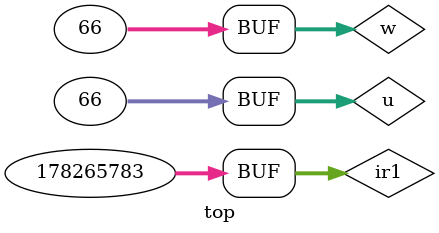
<source format=sv>
module top;

	typedef struct packed {
		byte a,b,c,d;
	} byte4_t;

	typedef union packed {
		int	x;
		byte4_t	y;
	} w_t;

	w_t w;

	assign w.x = 'h42;
	always_comb begin
		assert(w.y.d == 8'h42);
	end

	typedef logic[4:0] reg_addr_t;
	typedef logic[6:0] opcode_t;

	typedef struct packed {
		bit [6:0]  func7;
		reg_addr_t rs2;
		reg_addr_t rs1;
		bit [2:0]  func3;
		reg_addr_t rd;
		opcode_t   opcode;
	} R_t;

	typedef struct packed {
		bit[11:0]  imm;
		reg_addr_t rs1;
		bit[2:0]   func3;
		reg_addr_t rd;
		opcode_t   opcode;
	} I_t;

	typedef struct packed {
		bit[19:0]  imm;
		reg_addr_t rd;
		opcode_t   opcode;
	} U_t;

	typedef union packed {
		R_t	r;
		I_t	i;
		U_t	u;
	} instruction_t;

	instruction_t ir1;
	assign ir1 = 32'h0AA01EB7;          //	lui t4,0xAA01
	always_comb begin
		assert(ir1.u.opcode == 'h37);
		assert(ir1.r.opcode == 'h37);
		assert(ir1.u.rd == 'd29);
		assert(ir1.r.rd == 'd29);
		assert(ir1.u.imm == 'hAA01);
	end

	union packed {
		int word;
		struct packed {
			byte a, b, c, d;
		} byte4;
	} u;
	assign u.word = 'h42;
	always_comb begin
		assert(u.byte4.d == 'h42);
	end

endmodule

</source>
